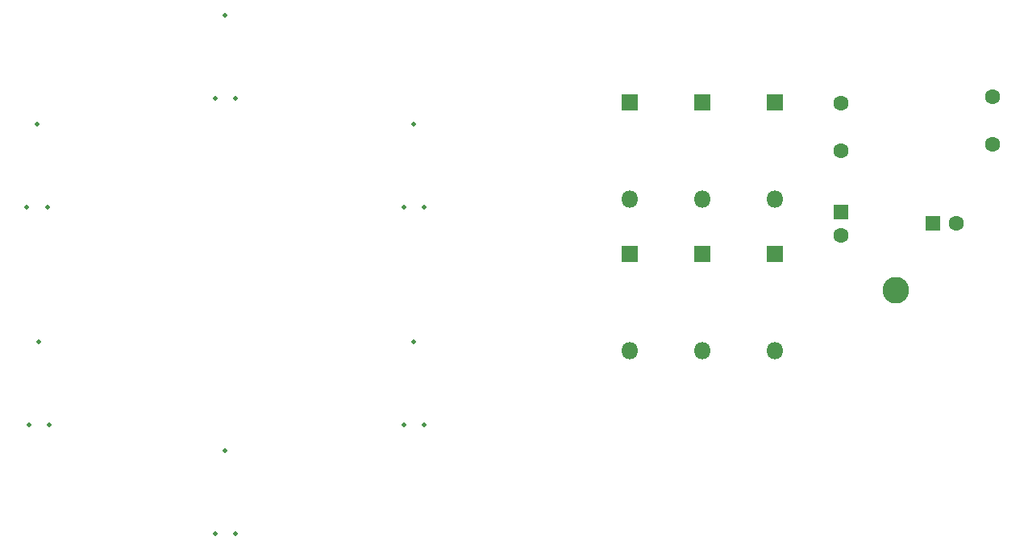
<source format=gbr>
%TF.GenerationSoftware,KiCad,Pcbnew,6.0.6-3a73a75311~116~ubuntu20.04.1*%
%TF.CreationDate,2022-07-28T19:13:06-04:00*%
%TF.ProjectId,pcb_coil_test,7063625f-636f-4696-9c5f-746573742e6b,rev?*%
%TF.SameCoordinates,Original*%
%TF.FileFunction,Soldermask,Bot*%
%TF.FilePolarity,Negative*%
%FSLAX46Y46*%
G04 Gerber Fmt 4.6, Leading zero omitted, Abs format (unit mm)*
G04 Created by KiCad (PCBNEW 6.0.6-3a73a75311~116~ubuntu20.04.1) date 2022-07-28 19:13:06*
%MOMM*%
%LPD*%
G01*
G04 APERTURE LIST*
%ADD10C,2.800000*%
%ADD11R,1.800000X1.800000*%
%ADD12O,1.800000X1.800000*%
%ADD13C,1.600000*%
%ADD14R,1.600000X1.600000*%
%ADD15C,0.508000*%
G04 APERTURE END LIST*
D10*
%TO.C,TP1*%
X278130000Y-130175000D03*
%TD*%
D11*
%TO.C,D6*%
X265430000Y-126365001D03*
D12*
X265430000Y-136525001D03*
%TD*%
D11*
%TO.C,D5*%
X265430000Y-110490001D03*
D12*
X265430000Y-120650001D03*
%TD*%
D11*
%TO.C,D4*%
X257810000Y-126365000D03*
D12*
X257810000Y-136525000D03*
%TD*%
D11*
%TO.C,D3*%
X257810000Y-110490001D03*
D12*
X257810000Y-120650001D03*
%TD*%
D11*
%TO.C,D2*%
X250190000Y-126365000D03*
D12*
X250190000Y-136525000D03*
%TD*%
%TO.C,D1*%
X250190000Y-120650001D03*
D11*
X250190000Y-110490001D03*
%TD*%
D13*
%TO.C,C4*%
X288290000Y-114895000D03*
X288290000Y-109895000D03*
%TD*%
D14*
%TO.C,C3*%
X282004888Y-123190000D03*
D13*
X284504888Y-123190000D03*
%TD*%
%TO.C,C2*%
X272415000Y-115530000D03*
X272415000Y-110530000D03*
%TD*%
D14*
%TO.C,C1*%
X272415000Y-121984888D03*
D13*
X272415000Y-124484888D03*
%TD*%
D15*
%TO.C,L2*%
X226466400Y-121462800D03*
X228650800Y-121462800D03*
X227533200Y-112776000D03*
%TD*%
%TO.C,L6*%
X207721200Y-101346000D03*
X208838800Y-110032800D03*
X206654400Y-110032800D03*
%TD*%
%TO.C,L5*%
X188163200Y-135636000D03*
X189280800Y-144322800D03*
X187096400Y-144322800D03*
%TD*%
%TO.C,L4*%
X227533200Y-135636000D03*
X228650800Y-144322800D03*
X226466400Y-144322800D03*
%TD*%
%TO.C,L3*%
X207721200Y-147066000D03*
X208838800Y-155752800D03*
X206654400Y-155752800D03*
%TD*%
%TO.C,L1*%
X187960000Y-112776000D03*
X189077600Y-121462800D03*
X186893200Y-121462800D03*
%TD*%
M02*

</source>
